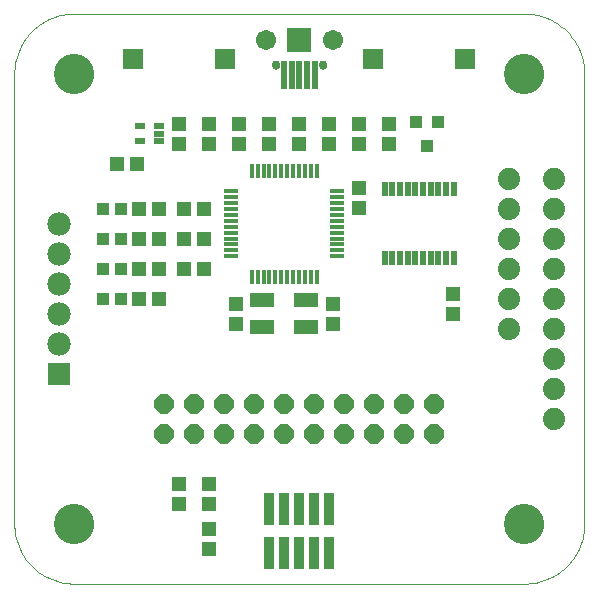
<source format=gts>
G75*
G70*
%OFA0B0*%
%FSLAX24Y24*%
%IPPOS*%
%LPD*%
%AMOC8*
5,1,8,0,0,1.08239X$1,22.5*
%
%ADD10C,0.0000*%
%ADD11R,0.0159X0.0474*%
%ADD12R,0.0474X0.0159*%
%ADD13R,0.0237X0.0966*%
%ADD14C,0.0297*%
%ADD15C,0.0674*%
%ADD16R,0.0828X0.0828*%
%ADD17R,0.0513X0.0474*%
%ADD18R,0.0828X0.0513*%
%ADD19R,0.0474X0.0513*%
%ADD20R,0.0780X0.0780*%
%ADD21C,0.0780*%
%ADD22R,0.0395X0.0395*%
%ADD23R,0.0671X0.0671*%
%ADD24R,0.0336X0.1104*%
%ADD25C,0.0740*%
%ADD26OC8,0.0640*%
%ADD27R,0.0200X0.0470*%
%ADD28R,0.0395X0.0434*%
%ADD29C,0.1340*%
%ADD30R,0.0375X0.0237*%
D10*
X000141Y002141D02*
X000141Y017141D01*
X001511Y017141D02*
X001513Y017191D01*
X001519Y017241D01*
X001529Y017290D01*
X001543Y017338D01*
X001560Y017385D01*
X001581Y017430D01*
X001606Y017474D01*
X001634Y017515D01*
X001666Y017554D01*
X001700Y017591D01*
X001737Y017625D01*
X001777Y017655D01*
X001819Y017682D01*
X001863Y017706D01*
X001909Y017727D01*
X001956Y017743D01*
X002004Y017756D01*
X002054Y017765D01*
X002103Y017770D01*
X002154Y017771D01*
X002204Y017768D01*
X002253Y017761D01*
X002302Y017750D01*
X002350Y017735D01*
X002396Y017717D01*
X002441Y017695D01*
X002484Y017669D01*
X002525Y017640D01*
X002564Y017608D01*
X002600Y017573D01*
X002632Y017535D01*
X002662Y017495D01*
X002689Y017452D01*
X002712Y017408D01*
X002731Y017362D01*
X002747Y017314D01*
X002759Y017265D01*
X002767Y017216D01*
X002771Y017166D01*
X002771Y017116D01*
X002767Y017066D01*
X002759Y017017D01*
X002747Y016968D01*
X002731Y016920D01*
X002712Y016874D01*
X002689Y016830D01*
X002662Y016787D01*
X002632Y016747D01*
X002600Y016709D01*
X002564Y016674D01*
X002525Y016642D01*
X002484Y016613D01*
X002441Y016587D01*
X002396Y016565D01*
X002350Y016547D01*
X002302Y016532D01*
X002253Y016521D01*
X002204Y016514D01*
X002154Y016511D01*
X002103Y016512D01*
X002054Y016517D01*
X002004Y016526D01*
X001956Y016539D01*
X001909Y016555D01*
X001863Y016576D01*
X001819Y016600D01*
X001777Y016627D01*
X001737Y016657D01*
X001700Y016691D01*
X001666Y016728D01*
X001634Y016767D01*
X001606Y016808D01*
X001581Y016852D01*
X001560Y016897D01*
X001543Y016944D01*
X001529Y016992D01*
X001519Y017041D01*
X001513Y017091D01*
X001511Y017141D01*
X000141Y017141D02*
X000143Y017236D01*
X000150Y017331D01*
X000161Y017426D01*
X000177Y017520D01*
X000197Y017613D01*
X000222Y017704D01*
X000251Y017795D01*
X000284Y017884D01*
X000322Y017972D01*
X000363Y018057D01*
X000409Y018141D01*
X000458Y018222D01*
X000512Y018301D01*
X000569Y018377D01*
X000630Y018451D01*
X000694Y018521D01*
X000761Y018588D01*
X000831Y018652D01*
X000905Y018713D01*
X000981Y018770D01*
X001060Y018824D01*
X001141Y018873D01*
X001225Y018919D01*
X001310Y018960D01*
X001398Y018998D01*
X001487Y019031D01*
X001578Y019060D01*
X001669Y019085D01*
X001762Y019105D01*
X001856Y019121D01*
X001951Y019132D01*
X002046Y019139D01*
X002141Y019141D01*
X017141Y019141D01*
X016511Y017141D02*
X016513Y017191D01*
X016519Y017241D01*
X016529Y017290D01*
X016543Y017338D01*
X016560Y017385D01*
X016581Y017430D01*
X016606Y017474D01*
X016634Y017515D01*
X016666Y017554D01*
X016700Y017591D01*
X016737Y017625D01*
X016777Y017655D01*
X016819Y017682D01*
X016863Y017706D01*
X016909Y017727D01*
X016956Y017743D01*
X017004Y017756D01*
X017054Y017765D01*
X017103Y017770D01*
X017154Y017771D01*
X017204Y017768D01*
X017253Y017761D01*
X017302Y017750D01*
X017350Y017735D01*
X017396Y017717D01*
X017441Y017695D01*
X017484Y017669D01*
X017525Y017640D01*
X017564Y017608D01*
X017600Y017573D01*
X017632Y017535D01*
X017662Y017495D01*
X017689Y017452D01*
X017712Y017408D01*
X017731Y017362D01*
X017747Y017314D01*
X017759Y017265D01*
X017767Y017216D01*
X017771Y017166D01*
X017771Y017116D01*
X017767Y017066D01*
X017759Y017017D01*
X017747Y016968D01*
X017731Y016920D01*
X017712Y016874D01*
X017689Y016830D01*
X017662Y016787D01*
X017632Y016747D01*
X017600Y016709D01*
X017564Y016674D01*
X017525Y016642D01*
X017484Y016613D01*
X017441Y016587D01*
X017396Y016565D01*
X017350Y016547D01*
X017302Y016532D01*
X017253Y016521D01*
X017204Y016514D01*
X017154Y016511D01*
X017103Y016512D01*
X017054Y016517D01*
X017004Y016526D01*
X016956Y016539D01*
X016909Y016555D01*
X016863Y016576D01*
X016819Y016600D01*
X016777Y016627D01*
X016737Y016657D01*
X016700Y016691D01*
X016666Y016728D01*
X016634Y016767D01*
X016606Y016808D01*
X016581Y016852D01*
X016560Y016897D01*
X016543Y016944D01*
X016529Y016992D01*
X016519Y017041D01*
X016513Y017091D01*
X016511Y017141D01*
X017141Y019141D02*
X017236Y019139D01*
X017331Y019132D01*
X017426Y019121D01*
X017520Y019105D01*
X017613Y019085D01*
X017704Y019060D01*
X017795Y019031D01*
X017884Y018998D01*
X017972Y018960D01*
X018057Y018919D01*
X018141Y018873D01*
X018222Y018824D01*
X018301Y018770D01*
X018377Y018713D01*
X018451Y018652D01*
X018521Y018588D01*
X018588Y018521D01*
X018652Y018451D01*
X018713Y018377D01*
X018770Y018301D01*
X018824Y018222D01*
X018873Y018141D01*
X018919Y018057D01*
X018960Y017972D01*
X018998Y017884D01*
X019031Y017795D01*
X019060Y017704D01*
X019085Y017613D01*
X019105Y017520D01*
X019121Y017426D01*
X019132Y017331D01*
X019139Y017236D01*
X019141Y017141D01*
X019141Y002141D01*
X016511Y002141D02*
X016513Y002191D01*
X016519Y002241D01*
X016529Y002290D01*
X016543Y002338D01*
X016560Y002385D01*
X016581Y002430D01*
X016606Y002474D01*
X016634Y002515D01*
X016666Y002554D01*
X016700Y002591D01*
X016737Y002625D01*
X016777Y002655D01*
X016819Y002682D01*
X016863Y002706D01*
X016909Y002727D01*
X016956Y002743D01*
X017004Y002756D01*
X017054Y002765D01*
X017103Y002770D01*
X017154Y002771D01*
X017204Y002768D01*
X017253Y002761D01*
X017302Y002750D01*
X017350Y002735D01*
X017396Y002717D01*
X017441Y002695D01*
X017484Y002669D01*
X017525Y002640D01*
X017564Y002608D01*
X017600Y002573D01*
X017632Y002535D01*
X017662Y002495D01*
X017689Y002452D01*
X017712Y002408D01*
X017731Y002362D01*
X017747Y002314D01*
X017759Y002265D01*
X017767Y002216D01*
X017771Y002166D01*
X017771Y002116D01*
X017767Y002066D01*
X017759Y002017D01*
X017747Y001968D01*
X017731Y001920D01*
X017712Y001874D01*
X017689Y001830D01*
X017662Y001787D01*
X017632Y001747D01*
X017600Y001709D01*
X017564Y001674D01*
X017525Y001642D01*
X017484Y001613D01*
X017441Y001587D01*
X017396Y001565D01*
X017350Y001547D01*
X017302Y001532D01*
X017253Y001521D01*
X017204Y001514D01*
X017154Y001511D01*
X017103Y001512D01*
X017054Y001517D01*
X017004Y001526D01*
X016956Y001539D01*
X016909Y001555D01*
X016863Y001576D01*
X016819Y001600D01*
X016777Y001627D01*
X016737Y001657D01*
X016700Y001691D01*
X016666Y001728D01*
X016634Y001767D01*
X016606Y001808D01*
X016581Y001852D01*
X016560Y001897D01*
X016543Y001944D01*
X016529Y001992D01*
X016519Y002041D01*
X016513Y002091D01*
X016511Y002141D01*
X017141Y000141D02*
X017236Y000143D01*
X017331Y000150D01*
X017426Y000161D01*
X017520Y000177D01*
X017613Y000197D01*
X017704Y000222D01*
X017795Y000251D01*
X017884Y000284D01*
X017972Y000322D01*
X018057Y000363D01*
X018141Y000409D01*
X018222Y000458D01*
X018301Y000512D01*
X018377Y000569D01*
X018451Y000630D01*
X018521Y000694D01*
X018588Y000761D01*
X018652Y000831D01*
X018713Y000905D01*
X018770Y000981D01*
X018824Y001060D01*
X018873Y001141D01*
X018919Y001225D01*
X018960Y001310D01*
X018998Y001398D01*
X019031Y001487D01*
X019060Y001578D01*
X019085Y001669D01*
X019105Y001762D01*
X019121Y001856D01*
X019132Y001951D01*
X019139Y002046D01*
X019141Y002141D01*
X017141Y000141D02*
X002141Y000141D01*
X001511Y002141D02*
X001513Y002191D01*
X001519Y002241D01*
X001529Y002290D01*
X001543Y002338D01*
X001560Y002385D01*
X001581Y002430D01*
X001606Y002474D01*
X001634Y002515D01*
X001666Y002554D01*
X001700Y002591D01*
X001737Y002625D01*
X001777Y002655D01*
X001819Y002682D01*
X001863Y002706D01*
X001909Y002727D01*
X001956Y002743D01*
X002004Y002756D01*
X002054Y002765D01*
X002103Y002770D01*
X002154Y002771D01*
X002204Y002768D01*
X002253Y002761D01*
X002302Y002750D01*
X002350Y002735D01*
X002396Y002717D01*
X002441Y002695D01*
X002484Y002669D01*
X002525Y002640D01*
X002564Y002608D01*
X002600Y002573D01*
X002632Y002535D01*
X002662Y002495D01*
X002689Y002452D01*
X002712Y002408D01*
X002731Y002362D01*
X002747Y002314D01*
X002759Y002265D01*
X002767Y002216D01*
X002771Y002166D01*
X002771Y002116D01*
X002767Y002066D01*
X002759Y002017D01*
X002747Y001968D01*
X002731Y001920D01*
X002712Y001874D01*
X002689Y001830D01*
X002662Y001787D01*
X002632Y001747D01*
X002600Y001709D01*
X002564Y001674D01*
X002525Y001642D01*
X002484Y001613D01*
X002441Y001587D01*
X002396Y001565D01*
X002350Y001547D01*
X002302Y001532D01*
X002253Y001521D01*
X002204Y001514D01*
X002154Y001511D01*
X002103Y001512D01*
X002054Y001517D01*
X002004Y001526D01*
X001956Y001539D01*
X001909Y001555D01*
X001863Y001576D01*
X001819Y001600D01*
X001777Y001627D01*
X001737Y001657D01*
X001700Y001691D01*
X001666Y001728D01*
X001634Y001767D01*
X001606Y001808D01*
X001581Y001852D01*
X001560Y001897D01*
X001543Y001944D01*
X001529Y001992D01*
X001519Y002041D01*
X001513Y002091D01*
X001511Y002141D01*
X000141Y002141D02*
X000143Y002046D01*
X000150Y001951D01*
X000161Y001856D01*
X000177Y001762D01*
X000197Y001669D01*
X000222Y001578D01*
X000251Y001487D01*
X000284Y001398D01*
X000322Y001310D01*
X000363Y001225D01*
X000409Y001141D01*
X000458Y001060D01*
X000512Y000981D01*
X000569Y000905D01*
X000630Y000831D01*
X000694Y000761D01*
X000761Y000694D01*
X000831Y000630D01*
X000905Y000569D01*
X000981Y000512D01*
X001060Y000458D01*
X001141Y000409D01*
X001225Y000363D01*
X001310Y000322D01*
X001398Y000284D01*
X001487Y000251D01*
X001578Y000222D01*
X001669Y000197D01*
X001762Y000177D01*
X001856Y000161D01*
X001951Y000150D01*
X002046Y000143D01*
X002141Y000141D01*
X008746Y017420D02*
X008748Y017440D01*
X008754Y017460D01*
X008763Y017478D01*
X008776Y017495D01*
X008791Y017508D01*
X008809Y017518D01*
X008829Y017525D01*
X008849Y017528D01*
X008869Y017527D01*
X008889Y017522D01*
X008908Y017514D01*
X008925Y017502D01*
X008939Y017487D01*
X008950Y017469D01*
X008958Y017450D01*
X008962Y017430D01*
X008962Y017410D01*
X008958Y017390D01*
X008950Y017371D01*
X008939Y017353D01*
X008925Y017338D01*
X008908Y017326D01*
X008889Y017318D01*
X008869Y017313D01*
X008849Y017312D01*
X008829Y017315D01*
X008809Y017322D01*
X008791Y017332D01*
X008776Y017345D01*
X008763Y017362D01*
X008754Y017380D01*
X008748Y017400D01*
X008746Y017420D01*
X010321Y017420D02*
X010323Y017440D01*
X010329Y017460D01*
X010338Y017478D01*
X010351Y017495D01*
X010366Y017508D01*
X010384Y017518D01*
X010404Y017525D01*
X010424Y017528D01*
X010444Y017527D01*
X010464Y017522D01*
X010483Y017514D01*
X010500Y017502D01*
X010514Y017487D01*
X010525Y017469D01*
X010533Y017450D01*
X010537Y017430D01*
X010537Y017410D01*
X010533Y017390D01*
X010525Y017371D01*
X010514Y017353D01*
X010500Y017338D01*
X010483Y017326D01*
X010464Y017318D01*
X010444Y017313D01*
X010424Y017312D01*
X010404Y017315D01*
X010384Y017322D01*
X010366Y017332D01*
X010351Y017345D01*
X010338Y017362D01*
X010329Y017380D01*
X010323Y017400D01*
X010321Y017420D01*
D11*
X010224Y013913D03*
X010027Y013913D03*
X009830Y013913D03*
X009633Y013913D03*
X009436Y013913D03*
X009240Y013913D03*
X009043Y013913D03*
X008846Y013913D03*
X008649Y013913D03*
X008452Y013913D03*
X008255Y013913D03*
X008058Y013913D03*
X008058Y010369D03*
X008255Y010369D03*
X008452Y010369D03*
X008649Y010369D03*
X008846Y010369D03*
X009043Y010369D03*
X009240Y010369D03*
X009436Y010369D03*
X009633Y010369D03*
X009830Y010369D03*
X010027Y010369D03*
X010224Y010369D03*
D12*
X010913Y011058D03*
X010913Y011255D03*
X010913Y011452D03*
X010913Y011649D03*
X010913Y011846D03*
X010913Y012043D03*
X010913Y012240D03*
X010913Y012436D03*
X010913Y012633D03*
X010913Y012830D03*
X010913Y013027D03*
X010913Y013224D03*
X007369Y013224D03*
X007369Y013027D03*
X007369Y012830D03*
X007369Y012633D03*
X007369Y012436D03*
X007369Y012240D03*
X007369Y012043D03*
X007369Y011846D03*
X007369Y011649D03*
X007369Y011452D03*
X007369Y011255D03*
X007369Y011058D03*
D13*
X009129Y017115D03*
X009385Y017115D03*
X009641Y017115D03*
X009897Y017115D03*
X010153Y017115D03*
D14*
X010429Y017420D03*
X008854Y017420D03*
D15*
X008529Y018266D03*
X010753Y018266D03*
D16*
X009641Y018266D03*
D17*
X009641Y015476D03*
X009641Y014806D03*
X008641Y014806D03*
X008641Y015476D03*
X007641Y015476D03*
X007641Y014806D03*
X006476Y012641D03*
X005806Y012641D03*
X004226Y014141D03*
X003556Y014141D03*
X005806Y010641D03*
X006476Y010641D03*
X010641Y014806D03*
X010641Y015476D03*
X011641Y015476D03*
X011641Y014806D03*
X012641Y014806D03*
X012641Y015476D03*
X006641Y003476D03*
X006641Y002806D03*
X006641Y001976D03*
X006641Y001306D03*
D18*
X008413Y008688D03*
X008413Y009594D03*
X009869Y009594D03*
X009869Y008688D03*
D19*
X010766Y008806D03*
X010766Y009476D03*
X011641Y012666D03*
X011641Y013336D03*
X014766Y009788D03*
X014766Y009119D03*
X007516Y008806D03*
X007516Y009476D03*
X006476Y011641D03*
X005806Y011641D03*
X004976Y011641D03*
X004306Y011641D03*
X004306Y010641D03*
X004976Y010641D03*
X004976Y009641D03*
X004306Y009641D03*
X004306Y012641D03*
X004976Y012641D03*
X005641Y014806D03*
X005641Y015476D03*
X006641Y015476D03*
X006641Y014806D03*
X005641Y003476D03*
X005641Y002806D03*
D20*
X001641Y007141D03*
D21*
X001641Y008141D03*
X001641Y009141D03*
X001641Y010141D03*
X001641Y011141D03*
X001641Y012141D03*
D22*
X003096Y011641D03*
X003686Y011641D03*
X003686Y010641D03*
X003096Y010641D03*
X003096Y009641D03*
X003686Y009641D03*
X003686Y012641D03*
X003096Y012641D03*
D23*
X004106Y017641D03*
X007177Y017641D03*
X012106Y017641D03*
X015177Y017641D03*
D24*
X010641Y002619D03*
X010141Y002619D03*
X009641Y002619D03*
X009141Y002619D03*
X008641Y002619D03*
X008641Y001163D03*
X009141Y001163D03*
X009641Y001163D03*
X010141Y001163D03*
X010641Y001163D03*
D25*
X018141Y005641D03*
X018141Y006641D03*
X018141Y007641D03*
X018141Y008641D03*
X018141Y009641D03*
X018141Y010641D03*
X018141Y011641D03*
X018141Y012641D03*
X018141Y013641D03*
X016641Y013641D03*
X016641Y012641D03*
X016641Y011641D03*
X016641Y010641D03*
X016641Y009641D03*
X016641Y008641D03*
D26*
X014141Y006141D03*
X014141Y005141D03*
X013141Y005141D03*
X013141Y006141D03*
X012141Y006141D03*
X012141Y005141D03*
X011141Y005141D03*
X010141Y005141D03*
X009141Y005141D03*
X008141Y005141D03*
X007141Y005141D03*
X007141Y006141D03*
X008141Y006141D03*
X009141Y006141D03*
X010141Y006141D03*
X011141Y006141D03*
X006141Y006141D03*
X006141Y005141D03*
X005141Y005141D03*
X005141Y006141D03*
D27*
X012490Y010992D03*
X012745Y010992D03*
X013001Y010992D03*
X013257Y010992D03*
X013513Y010992D03*
X013769Y010992D03*
X014025Y010992D03*
X014281Y010992D03*
X014537Y010992D03*
X014793Y010992D03*
X014793Y013290D03*
X014537Y013290D03*
X014281Y013290D03*
X014025Y013290D03*
X013769Y013290D03*
X013513Y013290D03*
X013257Y013290D03*
X013001Y013290D03*
X012745Y013290D03*
X012490Y013290D03*
D28*
X013891Y014747D03*
X013517Y015535D03*
X014265Y015535D03*
D29*
X017141Y017141D03*
X017141Y002141D03*
X002141Y002141D03*
X002141Y017141D03*
D30*
X004316Y015397D03*
X004316Y014885D03*
X004966Y014885D03*
X004966Y015141D03*
X004966Y015397D03*
M02*

</source>
